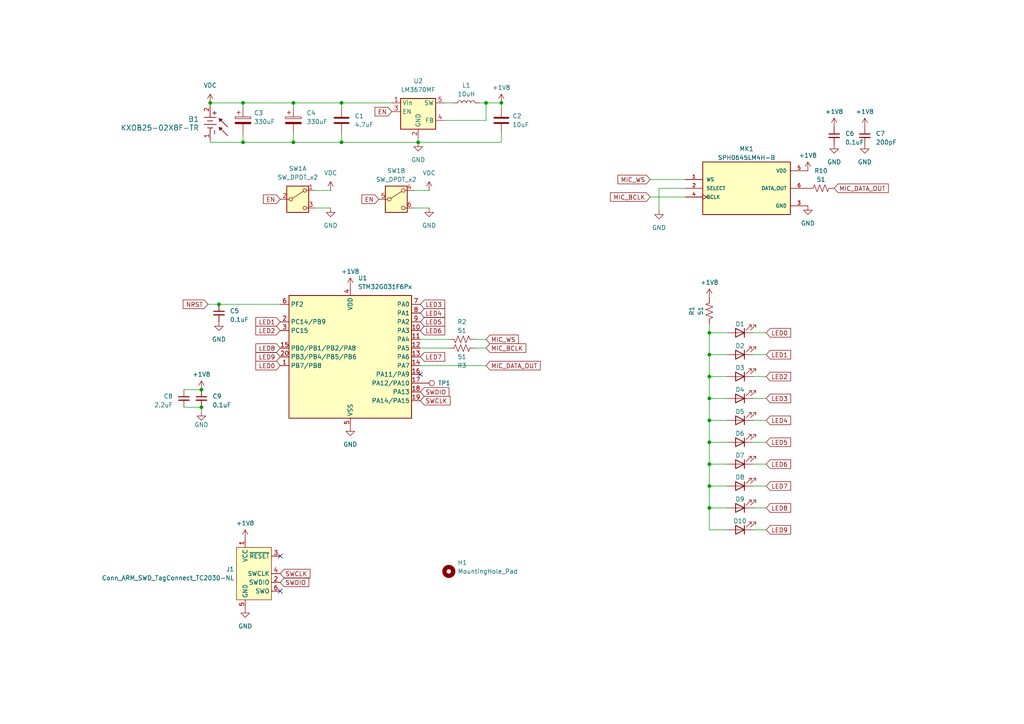
<source format=kicad_sch>
(kicad_sch (version 20230121) (generator eeschema)
  (paper "A4")
  (title_block (title "NoiseCard") (date "2024-06-01") (company "bitgloo") (comment 1 "Drawn by Clyne Sullivan") (comment 2 "Released under the CERN Open Hardware License Version 2 - Strongly Reciprocal"))
  (lib_symbols
    (symbol "Connector:Conn_ARM_SWD_TagConnect_TC2030-NL" (in_bom no)
      (property "Reference" "J" (at 2.54 11.43 0))
      (property "Value" "Conn_ARM_SWD_TagConnect_TC2030-NL" (at 2.54 8.89 0))
      (symbol "Conn_ARM_SWD_TagConnect_TC2030-NL_0_0"
        (pin power_in line (at -2.54 10.16 270) (length 2.54) (name "VCC") (number "1"))
        (pin bidirectional line (at 7.62 -2.54 180) (length 2.54) (name "SWDIO") (number "2"))
        (pin open_collector line (at 7.62 5.08 180) (length 2.54) (name "~{RESET}") (number "3"))
        (pin output line (at 7.62 0 180) (length 2.54) (name "SWCLK") (number "4"))
        (pin power_in line (at -2.54 -10.16 90) (length 2.54) (name "GND") (number "5"))
        (pin input line (at 7.62 -5.08 180) (length 2.54) (name "SWO") (number "6"))
      )
      (symbol "Conn_ARM_SWD_TagConnect_TC2030-NL_0_1"
        (rectangle (start -5.08 7.62) (end 5.08 -7.62) (fill (type background)))
      )
    )
    (symbol "Connector:TestPoint" (pin_numbers hide) (pin_names (offset 0.762) hide)
      (property "Reference" "TP" (at 0 6.858 0))
      (property "Value" "TestPoint" (at 0 5.08 0))
      (symbol "TestPoint_0_1"
        (circle (center 0 3.302) (radius 0.762))
      )
      (symbol "TestPoint_1_1"
        (pin passive line (at 0 0 90) (length 2.54) (name "1") (number "1"))
      )
    )
    (symbol "Device:C" (pin_numbers hide) (pin_names (offset 0.254))
      (property "Reference" "C" (at 0.635 2.54 0))
      (property "Value" "C" (at 0.635 -2.54 0))
      (symbol "C_0_1"
        (polyline (pts (xy -2.032 -0.762) (xy 2.032 -0.762)) (stroke (width 0.508)))
        (polyline (pts (xy -2.032 0.762) (xy 2.032 0.762)) (stroke (width 0.508)))
      )
      (symbol "C_1_1"
        (pin passive line (at 0 3.81 270) (length 2.794) (name "~") (number "1"))
        (pin passive line (at 0 -3.81 90) (length 2.794) (name "~") (number "2"))
      )
    )
    (symbol "Device:C_Polarized" (pin_numbers hide) (pin_names (offset 0.254))
      (property "Reference" "C" (at 0.635 2.54 0))
      (property "Value" "C_Polarized" (at 0.635 -2.54 0))
      (symbol "C_Polarized_0_1"
        (rectangle (start -2.286 0.508) (end 2.286 1.016))
        (polyline (pts (xy -1.778 2.286) (xy -0.762 2.286)))
        (polyline (pts (xy -1.27 2.794) (xy -1.27 1.778)))
        (rectangle (start 2.286 -0.508) (end -2.286 -1.016) (fill (type outline)))
      )
      (symbol "C_Polarized_1_1"
        (pin passive line (at 0 3.81 270) (length 2.794) (name "~") (number "1"))
        (pin passive line (at 0 -3.81 90) (length 2.794) (name "~") (number "2"))
      )
    )
    (symbol "Device:C_Small" (pin_numbers hide) (pin_names (offset 0.254) hide)
      (property "Reference" "C" (at 0.254 1.778 0))
      (property "Value" "C_Small" (at 0.254 -2.032 0))
      (symbol "C_Small_0_1"
        (polyline (pts (xy -1.524 -0.508) (xy 1.524 -0.508)) (stroke (width 0.3302)))
        (polyline (pts (xy -1.524 0.508) (xy 1.524 0.508)) (stroke (width 0.3048)))
      )
      (symbol "C_Small_1_1"
        (pin passive line (at 0 2.54 270) (length 2.032) (name "~") (number "1"))
        (pin passive line (at 0 -2.54 90) (length 2.032) (name "~") (number "2"))
      )
    )
    (symbol "Device:L" (pin_numbers hide) (pin_names (offset 1.016) hide)
      (property "Reference" "L" (at -1.27 0 90))
      (property "Value" "L" (at 1.905 0 90))
      (symbol "L_0_1"
        (arc (start 0 -2.54) (mid 0.6323 -1.905) (end 0 -1.27))
        (arc (start 0 -1.27) (mid 0.6323 -0.635) (end 0 0))
        (arc (start 0 0) (mid 0.6323 0.635) (end 0 1.27))
        (arc (start 0 1.27) (mid 0.6323 1.905) (end 0 2.54))
      )
      (symbol "L_1_1"
        (pin passive line (at 0 3.81 270) (length 1.27) (name "1") (number "1"))
        (pin passive line (at 0 -3.81 90) (length 1.27) (name "2") (number "2"))
      )
    )
    (symbol "Device:LED" (pin_numbers hide) (pin_names (offset 1.016) hide)
      (property "Reference" "D" (at 0 2.54 0))
      (property "Value" "LED" (at 0 -2.54 0))
      (symbol "LED_0_1"
        (polyline (pts (xy -1.27 -1.27) (xy -1.27 1.27)) (stroke (width 0.254)))
        (polyline (pts (xy -1.27 0) (xy 1.27 0)))
        (polyline (pts (xy 1.27 -1.27) (xy 1.27 1.27) (xy -1.27 0) (xy 1.27 -1.27)) (stroke (width 0.254)))
        (polyline (pts (xy -3.048 -0.762) (xy -4.572 -2.286) (xy -3.81 -2.286) (xy -4.572 -2.286) (xy -4.572 -1.524)))
        (polyline (pts (xy -1.778 -0.762) (xy -3.302 -2.286) (xy -2.54 -2.286) (xy -3.302 -2.286) (xy -3.302 -1.524)))
      )
      (symbol "LED_1_1"
        (pin passive line (at -3.81 0 0) (length 2.54) (name "K") (number "1"))
        (pin passive line (at 3.81 0 180) (length 2.54) (name "A") (number "2"))
      )
    )
    (symbol "Device:R_US" (pin_numbers hide) (pin_names (offset 0))
      (property "Reference" "R" (at 2.54 0 90))
      (property "Value" "R_US" (at -2.54 0 90))
      (symbol "R_US_0_1"
        (polyline (pts (xy 0 -2.286) (xy 0 -2.54)))
        (polyline (pts (xy 0 2.286) (xy 0 2.54)))
        (polyline (pts (xy 0 -0.762) (xy 1.016 -1.143) (xy 0 -1.524) (xy -1.016 -1.905) (xy 0 -2.286)))
        (polyline (pts (xy 0 0.762) (xy 1.016 0.381) (xy 0 0) (xy -1.016 -0.381) (xy 0 -0.762)))
        (polyline (pts (xy 0 2.286) (xy 1.016 1.905) (xy 0 1.524) (xy -1.016 1.143) (xy 0 0.762)))
      )
      (symbol "R_US_1_1"
        (pin passive line (at 0 3.81 270) (length 1.27) (name "~") (number "1"))
        (pin passive line (at 0 -3.81 90) (length 1.27) (name "~") (number "2"))
      )
    )
    (symbol "MCU_ST_STM32G0:STM32G031F6Px"
      (property "Reference" "U" (at -17.78 19.05 0))
      (property "Value" "STM32G031F6Px" (at 2.54 19.05 0))
      (symbol "STM32G031F6Px_0_1"
        (rectangle (start -17.78 -17.78) (end 17.78 17.78) (stroke (width 0.254)) (fill (type background)))
      )
      (symbol "STM32G031F6Px_1_1"
        (pin bidirectional line (at -20.32 -2.54 0) (length 2.54) (name "PB7/PB8") (number "1"))
        (pin bidirectional line (at 20.32 7.62 180) (length 2.54) (name "PA3") (number "10"))
        (pin bidirectional line (at 20.32 5.08 180) (length 2.54) (name "PA4") (number "11"))
        (pin bidirectional line (at 20.32 2.54 180) (length 2.54) (name "PA5") (number "12"))
        (pin bidirectional line (at 20.32 0 180) (length 2.54) (name "PA6") (number "13"))
        (pin bidirectional line (at 20.32 -2.54 180) (length 2.54) (name "PA7") (number "14"))
        (pin bidirectional line (at -20.32 2.54 0) (length 2.54) (name "PB0/PB1/PB2/PA8") (number "15"))
        (pin bidirectional line (at 20.32 -5.08 180) (length 2.54) (name "PA11/PA9") (number "16"))
        (pin bidirectional line (at 20.32 -7.62 180) (length 2.54) (name "PA12/PA10") (number "17"))
        (pin bidirectional line (at 20.32 -10.16 180) (length 2.54) (name "PA13") (number "18"))
        (pin bidirectional line (at 20.32 -12.7 180) (length 2.54) (name "PA14/PA15") (number "19"))
        (pin bidirectional line (at -20.32 10.16 0) (length 2.54) (name "PC14/PB9") (number "2"))
        (pin bidirectional line (at -20.32 0 0) (length 2.54) (name "PB3/PB4/PB5/PB6") (number "20"))
        (pin bidirectional line (at -20.32 7.62 0) (length 2.54) (name "PC15") (number "3"))
        (pin power_in line (at 0 20.32 270) (length 2.54) (name "VDD") (number "4"))
        (pin power_in line (at 0 -20.32 90) (length 2.54) (name "VSS") (number "5"))
        (pin bidirectional line (at -20.32 15.24 0) (length 2.54) (name "PF2") (number "6"))
        (pin bidirectional line (at 20.32 15.24 180) (length 2.54) (name "PA0") (number "7"))
        (pin bidirectional line (at 20.32 12.7 180) (length 2.54) (name "PA1") (number "8"))
        (pin bidirectional line (at 20.32 10.16 180) (length 2.54) (name "PA2") (number "9"))
      )
    )
    (symbol "Mechanical:MountingHole" (pin_names (offset 1.016))
      (property "Reference" "H" (at 0 5.08 0))
      (property "Value" "MountingHole" (at 0 3.175 0))
      (symbol "MountingHole_0_1"
        (circle (center 0 0) (radius 1.27) (stroke (width 1.27)))
      )
    )
    (symbol "Regulator_Switching:LM3670MF"
      (property "Reference" "U" (at -5.08 5.08 0))
      (property "Value" "LM3670MF" (at 0 5.08 0))
      (symbol "LM3670MF_0_1"
        (rectangle (start -5.08 3.81) (end 5.08 -5.08) (stroke (width 0.254)) (fill (type background)))
      )
      (symbol "LM3670MF_1_1"
        (pin power_in line (at -7.62 2.54 0) (length 2.54) (name "Vin") (number "1"))
        (pin power_in line (at 0 -7.62 90) (length 2.54) (name "GND") (number "2"))
        (pin input line (at -7.62 0 0) (length 2.54) (name "EN") (number "3"))
        (pin input line (at 7.62 -2.54 180) (length 2.54) (name "FB") (number "4"))
        (pin input line (at 7.62 2.54 180) (length 2.54) (name "SW") (number "5"))
      )
    )
    (symbol "Switch:SW_DPDT_x2" (pin_names (offset 0) hide)
      (property "Reference" "SW" (at 0 5.08 0))
      (property "Value" "SW_DPDT_x2" (at 0 -5.08 0))
      (symbol "SW_DPDT_x2_0_0"
        (circle (center -2.032 0) (radius 0.508))
        (circle (center 2.032 -2.54) (radius 0.508))
      )
      (symbol "SW_DPDT_x2_0_1"
        (rectangle (start -3.175 3.81) (end 3.175 -3.81) (stroke (width 0.254)) (fill (type background)))
        (polyline (pts (xy -1.524 0.254) (xy 1.5748 2.286)))
        (circle (center 2.032 2.54) (radius 0.508))
      )
      (symbol "SW_DPDT_x2_1_1"
        (pin passive line (at 5.08 2.54 180) (length 2.54) (name "A") (number "1"))
        (pin passive line (at -5.08 0 0) (length 2.54) (name "B") (number "2"))
        (pin passive line (at 5.08 -2.54 180) (length 2.54) (name "C") (number "3"))
      )
      (symbol "SW_DPDT_x2_2_1"
        (pin passive line (at 5.08 2.54 180) (length 2.54) (name "A") (number "4"))
        (pin passive line (at -5.08 0 0) (length 2.54) (name "B") (number "5"))
        (pin passive line (at 5.08 -2.54 180) (length 2.54) (name "C") (number "6"))
      )
    )
    (symbol "noisemeter:KXOB25-02X8F-TR" (pin_names (offset 0.254))
      (property "Reference" "B" (at 4.826 8.89 0))
      (property "Value" "KXOB25-02X8F-TR" (at 5.08 -3.81 0))
      (symbol "KXOB25-02X8F-TR_0_1"
        (polyline (pts (xy 1.778 1.27) (xy 2.794 1.27)) (stroke (width 0.2032)))
        (polyline (pts (xy 2.286 0.762) (xy 2.286 1.778)) (stroke (width 0.2032)))
        (polyline (pts (xy 2.54 0) (xy 3.4798 0)) (stroke (width 0.2032)))
        (polyline (pts (xy 3.556 -1.778) (xy 3.556 1.778)) (stroke (width 0.2032)))
        (polyline (pts (xy 4.318 3.048) (xy 6.35 5.08)) (stroke (width 0.2032)))
        (polyline (pts (xy 4.572 0.762) (xy 4.572 -0.762)) (stroke (width 0.2032)))
        (polyline (pts (xy 5.588 -1.778) (xy 5.588 1.778)) (stroke (width 0.2032)))
        (polyline (pts (xy 6.604 0) (xy 7.62 0)) (stroke (width 0.2032)))
        (polyline (pts (xy 6.604 0.762) (xy 6.604 -0.762)) (stroke (width 0.2032)))
        (polyline (pts (xy 6.858 3.048) (xy 8.89 5.08)) (stroke (width 0.2032)))
        (polyline (pts (xy 7.366 1.27) (xy 8.382 1.27)) (stroke (width 0.2032)))
        (polyline (pts (xy 3.81 2.54) (xy 4.826 2.794) (xy 4.064 3.556)) (fill (type outline)))
        (polyline (pts (xy 6.35 2.54) (xy 7.366 2.794) (xy 6.604 3.556)) (fill (type outline)))
        (pin unspecified line (at 10.16 0 180) (length 2.54) (name "") (number "1"))
        (pin unspecified line (at 0 0 0) (length 2.54) (name "") (number "2"))
      )
    )
    (symbol "noisemeter:SPH0645LM4H-B" (pin_names (offset 1.016))
      (property "Reference" "MK" (at -12.7399 8.1466 0))
      (property "Value" "SPH0645LM4H-B" (at -12.7473 -10.1926 0))
      (symbol "SPH0645LM4H-B_0_0"
        (rectangle (start -12.7 -7.62) (end 12.7 7.62) (stroke (width 0.254)) (fill (type background)))
        (pin input line (at -17.78 2.54 0) (length 5.08) (name "WS") (number "1"))
        (pin input line (at -17.78 0 0) (length 5.08) (name "SELECT") (number "2"))
        (pin power_in line (at 17.78 -5.08 180) (length 5.08) (name "GND") (number "3"))
        (pin input clock (at -17.78 -2.54 0) (length 5.08) (name "BCLK") (number "4"))
        (pin power_in line (at 17.78 5.08 180) (length 5.08) (name "VDD") (number "5"))
        (pin output line (at 17.78 0 180) (length 5.08) (name "DATA_OUT") (number "6"))
      )
    )
    (symbol "power:+1V8" (power) (pin_names (offset 0))
      (property "Value" "+1V8" (at 0 3.556 0))
      (symbol "+1V8_0_1"
        (polyline (pts (xy -0.762 1.27) (xy 0 2.54)))
        (polyline (pts (xy 0 0) (xy 0 2.54)))
        (polyline (pts (xy 0 2.54) (xy 0.762 1.27)))
      )
      (symbol "+1V8_1_1"
        (pin power_in line (at 0 0 90) (length 0) hide (name "+1V8") (number "1"))
      )
    )
    (symbol "power:GND" (power) (pin_names (offset 0))
      (property "Value" "GND" (at 0 -3.81 0))
      (symbol "GND_0_1"
        (polyline (pts (xy 0 0) (xy 0 -1.27) (xy 1.27 -1.27) (xy 0 -2.54) (xy -1.27 -1.27) (xy 0 -1.27)))
      )
      (symbol "GND_1_1"
        (pin power_in line (at 0 0 270) (length 0) hide (name "GND") (number "1"))
      )
    )
    (symbol "power:VDC" (power) (pin_names (offset 0))
      (property "Value" "VDC" (at 0 6.35 0))
      (symbol "VDC_0_1"
        (polyline (pts (xy -0.762 1.27) (xy 0 2.54)))
        (polyline (pts (xy 0 0) (xy 0 2.54)))
        (polyline (pts (xy 0 2.54) (xy 0.762 1.27)))
      )
      (symbol "VDC_1_1"
        (pin power_in line (at 0 0 90) (length 0) hide (name "VDC") (number "1"))
      )
    )
  )
  (junction (at 205.74 147.32))
  (junction (at 63.5 88.265))
  (junction (at 140.97 29.845))
  (junction (at 85.09 29.845))
  (junction (at 70.485 41.275))
  (junction (at 99.06 41.275))
  (junction (at 58.42 113.03))
  (junction (at 205.74 102.87))
  (junction (at 58.42 118.11))
  (junction (at 205.74 115.57))
  (junction (at 145.415 29.845))
  (junction (at 85.09 41.275))
  (junction (at 205.74 121.92))
  (junction (at 60.96 29.845))
  (junction (at 205.74 109.22))
  (junction (at 205.74 128.27))
  (junction (at 70.485 29.845))
  (junction (at 121.285 41.275))
  (junction (at 99.06 29.845))
  (junction (at 205.74 134.62))
  (junction (at 205.74 140.97))
  (junction (at 205.74 96.52))
  (no_connect (at 121.92 108.585))
  (no_connect (at 81.28 161.29))
  (no_connect (at 81.28 171.45))
  (wire (pts (xy 121.92 106.045) (xy 140.97 106.045)))
  (wire (pts (xy 205.74 128.27) (xy 205.74 134.62)))
  (wire (pts (xy 191.135 54.61) (xy 198.755 54.61)))
  (wire (pts (xy 95.885 60.325) (xy 91.44 60.325)))
  (wire (pts (xy 99.06 38.735) (xy 99.06 41.275)))
  (wire (pts (xy 70.485 31.115) (xy 70.485 29.845)))
  (wire (pts (xy 205.74 121.92) (xy 205.74 128.27)))
  (wire (pts (xy 85.09 38.735) (xy 85.09 41.275)))
  (wire (pts (xy 222.25 115.57) (xy 218.44 115.57)))
  (wire (pts (xy 124.46 60.325) (xy 120.015 60.325)))
  (wire (pts (xy 128.905 34.925) (xy 140.97 34.925)))
  (wire (pts (xy 53.34 113.03) (xy 58.42 113.03)))
  (wire (pts (xy 205.74 109.22) (xy 205.74 115.57)))
  (wire (pts (xy 128.905 29.845) (xy 131.445 29.845)))
  (wire (pts (xy 222.25 134.62) (xy 218.44 134.62)))
  (wire (pts (xy 95.885 55.245) (xy 91.44 55.245)))
  (wire (pts (xy 205.74 102.87) (xy 205.74 109.22)))
  (wire (pts (xy 60.96 41.275) (xy 70.485 41.275)))
  (wire (pts (xy 205.74 115.57) (xy 210.82 115.57)))
  (wire (pts (xy 124.46 55.245) (xy 120.015 55.245)))
  (wire (pts (xy 188.595 57.15) (xy 198.755 57.15)))
  (wire (pts (xy 205.74 109.22) (xy 210.82 109.22)))
  (wire (pts (xy 222.25 102.87) (xy 218.44 102.87)))
  (wire (pts (xy 121.92 100.965) (xy 130.175 100.965)))
  (wire (pts (xy 60.96 40.64) (xy 60.96 41.275)))
  (wire (pts (xy 85.09 41.275) (xy 99.06 41.275)))
  (wire (pts (xy 222.25 147.32) (xy 218.44 147.32)))
  (wire (pts (xy 188.595 52.07) (xy 198.755 52.07)))
  (wire (pts (xy 191.135 54.61) (xy 191.135 60.96)))
  (wire (pts (xy 222.25 128.27) (xy 218.44 128.27)))
  (wire (pts (xy 222.25 109.22) (xy 218.44 109.22)))
  (wire (pts (xy 60.325 88.265) (xy 63.5 88.265)))
  (wire (pts (xy 222.25 153.67) (xy 218.44 153.67)))
  (wire (pts (xy 137.795 100.965) (xy 140.97 100.965)))
  (wire (pts (xy 99.06 29.845) (xy 113.665 29.845)))
  (wire (pts (xy 205.74 134.62) (xy 205.74 140.97)))
  (wire (pts (xy 145.415 29.845) (xy 145.415 31.115)))
  (wire (pts (xy 137.795 98.425) (xy 140.97 98.425)))
  (wire (pts (xy 205.74 93.98) (xy 205.74 96.52)))
  (wire (pts (xy 205.74 128.27) (xy 210.82 128.27)))
  (wire (pts (xy 53.34 118.11) (xy 58.42 118.11)))
  (wire (pts (xy 205.74 134.62) (xy 210.82 134.62)))
  (wire (pts (xy 205.74 115.57) (xy 205.74 121.92)))
  (wire (pts (xy 205.74 140.97) (xy 210.82 140.97)))
  (wire (pts (xy 121.92 98.425) (xy 130.175 98.425)))
  (wire (pts (xy 205.74 102.87) (xy 210.82 102.87)))
  (wire (pts (xy 70.485 29.845) (xy 85.09 29.845)))
  (wire (pts (xy 60.96 29.845) (xy 70.485 29.845)))
  (wire (pts (xy 205.74 147.32) (xy 205.74 153.67)))
  (wire (pts (xy 205.74 121.92) (xy 210.82 121.92)))
  (wire (pts (xy 139.065 29.845) (xy 140.97 29.845)))
  (wire (pts (xy 205.74 96.52) (xy 210.82 96.52)))
  (wire (pts (xy 60.96 30.48) (xy 60.96 29.845)))
  (wire (pts (xy 70.485 38.735) (xy 70.485 41.275)))
  (wire (pts (xy 121.285 41.275) (xy 145.415 41.275)))
  (wire (pts (xy 85.09 29.845) (xy 99.06 29.845)))
  (wire (pts (xy 205.74 147.32) (xy 210.82 147.32)))
  (wire (pts (xy 70.485 41.275) (xy 85.09 41.275)))
  (wire (pts (xy 222.25 140.97) (xy 218.44 140.97)))
  (wire (pts (xy 58.42 119.38) (xy 58.42 118.11)))
  (wire (pts (xy 205.74 140.97) (xy 205.74 147.32)))
  (wire (pts (xy 222.25 96.52) (xy 218.44 96.52)))
  (wire (pts (xy 205.74 96.52) (xy 205.74 102.87)))
  (wire (pts (xy 140.97 34.925) (xy 140.97 29.845)))
  (wire (pts (xy 140.97 29.845) (xy 145.415 29.845)))
  (wire (pts (xy 222.25 121.92) (xy 218.44 121.92)))
  (wire (pts (xy 99.06 41.275) (xy 121.285 41.275)))
  (wire (pts (xy 145.415 41.275) (xy 145.415 38.735)))
  (wire (pts (xy 63.5 88.265) (xy 81.28 88.265)))
  (wire (pts (xy 85.09 31.115) (xy 85.09 29.845)))
  (wire (pts (xy 205.74 153.67) (xy 210.82 153.67)))
  (wire (pts (xy 121.285 40.005) (xy 121.285 41.275)))
  (wire (pts (xy 99.06 31.115) (xy 99.06 29.845)))
  (global_label "LED0" (shape input) (at 81.28 106.045 180) (property "Intersheetrefs" "${INTERSHEET_REFS}" (effects hide)))
  (global_label "LED0" (shape input) (at 222.25 96.52 0) (property "Intersheetrefs" "${INTERSHEET_REFS}" (effects hide)))
  (global_label "EN" (shape input) (at 81.28 57.785 180) (property "Intersheetrefs" "${INTERSHEET_REFS}" (effects hide)))
  (global_label "LED7" (shape input) (at 222.25 140.97 0) (property "Intersheetrefs" "${INTERSHEET_REFS}" (effects hide)))
  (global_label "MIC_WS" (shape input) (at 188.595 52.07 180) (property "Intersheetrefs" "${INTERSHEET_REFS}" (effects hide)))
  (global_label "LED6" (shape input) (at 222.25 134.62 0) (property "Intersheetrefs" "${INTERSHEET_REFS}" (effects hide)))
  (global_label "LED3" (shape input) (at 222.25 115.57 0) (property "Intersheetrefs" "${INTERSHEET_REFS}" (effects hide)))
  (global_label "LED3" (shape input) (at 121.92 88.265 0) (property "Intersheetrefs" "${INTERSHEET_REFS}" (effects hide)))
  (global_label "LED1" (shape input) (at 81.28 93.345 180) (property "Intersheetrefs" "${INTERSHEET_REFS}" (effects hide)))
  (global_label "LED2" (shape input) (at 222.25 109.22 0) (property "Intersheetrefs" "${INTERSHEET_REFS}" (effects hide)))
  (global_label "LED4" (shape input) (at 222.25 121.92 0) (property "Intersheetrefs" "${INTERSHEET_REFS}" (effects hide)))
  (global_label "LED9" (shape input) (at 81.28 103.505 180) (property "Intersheetrefs" "${INTERSHEET_REFS}" (effects hide)))
  (global_label "MIC_DATA_OUT" (shape input) (at 140.97 106.045 0) (property "Intersheetrefs" "${INTERSHEET_REFS}" (effects hide)))
  (global_label "EN" (shape input) (at 113.665 32.385 180) (property "Intersheetrefs" "${INTERSHEET_REFS}" (effects hide)))
  (global_label "NRST" (shape input) (at 60.325 88.265 180) (property "Intersheetrefs" "${INTERSHEET_REFS}" (effects hide)))
  (global_label "LED7" (shape input) (at 121.92 103.505 0) (property "Intersheetrefs" "${INTERSHEET_REFS}" (effects hide)))
  (global_label "MIC_WS" (shape input) (at 140.97 98.425 0) (property "Intersheetrefs" "${INTERSHEET_REFS}" (effects hide)))
  (global_label "MIC_BCLK" (shape input) (at 188.595 57.15 180) (property "Intersheetrefs" "${INTERSHEET_REFS}" (effects hide)))
  (global_label "MIC_DATA_OUT" (shape input) (at 241.935 54.61 0) (property "Intersheetrefs" "${INTERSHEET_REFS}" (effects hide)))
  (global_label "SWDIO" (shape input) (at 81.28 168.91 0) (property "Intersheetrefs" "${INTERSHEET_REFS}" (effects hide)))
  (global_label "LED2" (shape input) (at 81.28 95.885 180) (property "Intersheetrefs" "${INTERSHEET_REFS}" (effects hide)))
  (global_label "LED4" (shape input) (at 121.92 90.805 0) (property "Intersheetrefs" "${INTERSHEET_REFS}" (effects hide)))
  (global_label "MIC_BCLK" (shape input) (at 140.97 100.965 0) (property "Intersheetrefs" "${INTERSHEET_REFS}" (effects hide)))
  (global_label "LED5" (shape input) (at 222.25 128.27 0) (property "Intersheetrefs" "${INTERSHEET_REFS}" (effects hide)))
  (global_label "LED8" (shape input) (at 222.25 147.32 0) (property "Intersheetrefs" "${INTERSHEET_REFS}" (effects hide)))
  (global_label "SWDIO" (shape input) (at 121.92 113.665 0) (property "Intersheetrefs" "${INTERSHEET_REFS}" (effects hide)))
  (global_label "LED8" (shape input) (at 81.28 100.965 180) (property "Intersheetrefs" "${INTERSHEET_REFS}" (effects hide)))
  (global_label "LED6" (shape input) (at 121.92 95.885 0) (property "Intersheetrefs" "${INTERSHEET_REFS}" (effects hide)))
  (global_label "SWCLK" (shape input) (at 121.92 116.205 0) (property "Intersheetrefs" "${INTERSHEET_REFS}" (effects hide)))
  (global_label "LED1" (shape input) (at 222.25 102.87 0) (property "Intersheetrefs" "${INTERSHEET_REFS}" (effects hide)))
  (global_label "LED5" (shape input) (at 121.92 93.345 0) (property "Intersheetrefs" "${INTERSHEET_REFS}" (effects hide)))
  (global_label "LED9" (shape input) (at 222.25 153.67 0) (property "Intersheetrefs" "${INTERSHEET_REFS}" (effects hide)))
  (global_label "SWCLK" (shape input) (at 81.28 166.37 0) (property "Intersheetrefs" "${INTERSHEET_REFS}" (effects hide)))
  (global_label "EN" (shape input) (at 109.855 57.785 180) (property "Intersheetrefs" "${INTERSHEET_REFS}" (effects hide)))
  (symbol (lib_id "power:GND") (at 241.935 41.91 0) (unit 1)
    (property "Reference" "#PWR022" (effects hide))
    (property "Value" "GND" (at 241.935 46.99 0))
  )
  (symbol (lib_id "power:+1V8") (at 145.415 29.845 0) (unit 1)
    (property "Reference" "#PWR02" (effects hide))
    (property "Value" "+1V8" (at 145.415 25.4 0))
  )
  (symbol (lib_id "Device:C_Polarized") (at 70.485 34.925 0) (unit 1)
    (property "Reference" "C3" (at 73.66 32.766 0) (effects (justify left)))
    (property "Value" "330uF" (at 73.66 35.306 0) (effects (justify left)))
    (property "Footprint" "Capacitor_Tantalum_SMD:CP_EIA-7343-15_Kemet-W" (effects hide))
    (property "Part Number" "6TPE330MAP" (effects hide))
  )
  (symbol (lib_id "Device:LED") (at 214.63 134.62 180) (unit 1)
    (property "Reference" "D7" (at 214.63 132.08 0))
    (property "Value" "LED" (effects hide))
    (property "Footprint" "LED_SMD:LED_0603_1608Metric" (effects hide))
    (property "Part Number" "APTD1608LSURCK" (effects hide))
  )
  (symbol (lib_id "power:GND") (at 234.315 59.69 0) (unit 1)
    (property "Reference" "#PWR020" (effects hide))
    (property "Value" "GND" (at 234.315 64.77 0))
  )
  (symbol (lib_id "Device:LED") (at 214.63 102.87 180) (unit 1)
    (property "Reference" "D2" (at 214.63 100.33 0))
    (property "Value" "LED" (effects hide))
    (property "Footprint" "LED_SMD:LED_0603_1608Metric" (effects hide))
    (property "Part Number" "APTD1608LSURCK" (effects hide))
  )
  (symbol (lib_id "Device:LED") (at 214.63 115.57 180) (unit 1)
    (property "Reference" "D4" (at 214.63 113.03 0))
    (property "Value" "LED" (effects hide))
    (property "Footprint" "LED_SMD:LED_0603_1608Metric" (effects hide))
    (property "Part Number" "APTD1608LSURCK" (effects hide))
  )
  (symbol (lib_id "Device:LED") (at 214.63 96.52 180) (unit 1)
    (property "Reference" "D1" (at 214.63 93.98 0))
    (property "Value" "LED" (effects hide))
    (property "Footprint" "LED_SMD:LED_0603_1608Metric" (effects hide))
    (property "Part Number" "APTD1608LSURCK" (effects hide))
  )
  (symbol (lib_id "Connector:TestPoint") (at 121.92 111.125 270) (unit 1)
    (property "Reference" "TP1" (at 127 111.125 90) (effects (justify left)))
    (property "Value" "TestPoint" (effects hide))
    (property "Footprint" "TestPoint:TestPoint_Pad_D1.0mm" (effects hide))
  )
  (symbol (lib_id "Switch:SW_DPDT_x2") (at 114.935 57.785 0) (unit 2)
    (property "Reference" "SW1" (at 114.935 49.53 0))
    (property "Value" "SW_DPDT_x2" (at 114.935 52.07 0))
    (property "Footprint" "Button_Switch_SMD:SW_DPDT_CK_JS202011JCQN" (effects hide))
    (property "Part Number" "JS202011JCQN" (effects hide))
  )
  (symbol (lib_id "Device:C_Small") (at 53.34 115.57 0) (unit 1)
    (property "Reference" "C8" (at 50.165 114.9413 0) (effects (justify right)))
    (property "Value" "2.2uF" (at 50.165 117.4813 0) (effects (justify right)))
    (property "Footprint" "Capacitor_SMD:C_0805_2012Metric" (effects hide))
    (property "Part Number" "CL21A225KBFNNNE" (effects hide))
  )
  (symbol (lib_id "power:GND") (at 124.46 60.325 0) (unit 1)
    (property "Reference" "#PWR011" (effects hide))
    (property "Value" "GND" (at 124.46 65.405 0))
  )
  (symbol (lib_id "power:+1V8") (at 234.315 49.53 0) (unit 1)
    (property "Reference" "#PWR032" (effects hide))
    (property "Value" "+1V8" (at 234.315 45.085 0))
  )
  (symbol (lib_id "Device:C_Small") (at 58.42 115.57 0) (mirror y) (unit 1)
    (property "Reference" "C9" (at 61.595 114.9413 0) (effects (justify right)))
    (property "Value" "0.1uF" (at 61.595 117.4813 0) (effects (justify right)))
    (property "Footprint" "Capacitor_SMD:C_0603_1608Metric" (effects hide))
    (property "Part Number" "CC0603KRX7R6BB104" (effects hide))
  )
  (symbol (lib_id "Device:C") (at 99.06 34.925 0) (unit 1)
    (property "Reference" "C1" (at 102.87 33.655 0) (effects (justify left)))
    (property "Value" "4.7uF" (at 102.87 36.195 0) (effects (justify left)))
    (property "Footprint" "Capacitor_SMD:C_0805_2012Metric" (effects hide))
    (property "Part Number" "CL21A475KAQNNNE" (effects hide))
  )
  (symbol (lib_id "Device:LED") (at 214.63 121.92 180) (unit 1)
    (property "Reference" "D5" (at 214.63 119.38 0))
    (property "Value" "LED" (effects hide))
    (property "Footprint" "LED_SMD:LED_0603_1608Metric" (effects hide))
    (property "Part Number" "APTD1608LSURCK" (effects hide))
  )
  (symbol (lib_id "Device:R_US") (at 205.74 90.17 0) (mirror y) (unit 1)
    (property "Reference" "R1" (at 200.66 90.17 90))
    (property "Value" "51" (at 203.2 90.17 90))
    (property "Footprint" "Resistor_SMD:R_0603_1608Metric" (effects hide))
    (property "Part Number" "RC0603JR-0751RL" (effects hide))
  )
  (symbol (lib_id "MCU_ST_STM32G0:STM32G031F6Px") (at 101.6 103.505 0) (unit 1)
    (property "Reference" "U1" (at 103.7941 80.645 0) (effects (justify left)))
    (property "Value" "STM32G031F6Px" (at 103.7941 83.185 0) (effects (justify left)))
    (property "Footprint" "Package_SO:TSSOP-20_4.4x6.5mm_P0.65mm" (effects hide))
    (property "Datasheet" "https://www.st.com/resource/en/datasheet/stm32g031f6.pdf" (effects hide))
    (property "Part Number" "STM32G031F6P6" (effects hide))
  )
  (symbol (lib_id "Device:C") (at 145.415 34.925 0) (unit 1)
    (property "Reference" "C2" (at 148.59 33.655 0) (effects (justify left)))
    (property "Value" "10uF" (at 148.59 36.195 0) (effects (justify left)))
    (property "Footprint" "Capacitor_SMD:C_0805_2012Metric" (effects hide))
    (property "Part Number" "CL21A106KOQNNNE" (effects hide))
  )
  (symbol (lib_id "Device:LED") (at 214.63 128.27 180) (unit 1)
    (property "Reference" "D6" (at 214.63 125.73 0))
    (property "Value" "LED" (effects hide))
    (property "Footprint" "LED_SMD:LED_0603_1608Metric" (effects hide))
    (property "Part Number" "APTD1608LSURCK" (effects hide))
  )
  (symbol (lib_id "power:VDC") (at 124.46 55.245 0) (unit 1)
    (property "Reference" "#PWR010" (effects hide))
    (property "Value" "VDC" (at 124.46 50.165 0))
  )
  (symbol (lib_id "Switch:SW_DPDT_x2") (at 86.36 57.785 0) (unit 1)
    (property "Reference" "SW1" (at 86.36 48.895 0))
    (property "Value" "SW_DPDT_x2" (at 86.36 51.435 0))
    (property "Footprint" "Button_Switch_SMD:SW_DPDT_CK_JS202011JCQN" (effects hide))
    (property "Part Number" "JS202011JCQN" (effects hide))
  )
  (symbol (lib_id "Device:R_US") (at 133.985 98.425 270) (mirror x) (unit 1)
    (property "Reference" "R2" (at 133.985 93.345 90))
    (property "Value" "51" (at 133.985 95.885 90))
    (property "Footprint" "Resistor_SMD:R_0603_1608Metric" (effects hide))
    (property "Part Number" "RC0603JR-0751RL" (effects hide))
  )
  (symbol (lib_id "power:GND") (at 191.135 60.96 0) (unit 1)
    (property "Reference" "#PWR016" (effects hide))
    (property "Value" "GND" (at 191.135 66.04 0))
  )
  (symbol (lib_id "power:VDC") (at 60.96 29.845 0) (unit 1)
    (property "Reference" "#PWR05" (effects hide))
    (property "Value" "VDC" (at 60.96 24.765 0))
  )
  (symbol (lib_id "power:GND") (at 58.42 119.38 0) (unit 1)
    (property "Reference" "#PWR027" (effects hide))
    (property "Value" "GND" (at 58.42 123.19 0))
  )
  (symbol (lib_id "power:+1V8") (at 71.12 156.21 0) (unit 1)
    (property "Reference" "#PWR01" (effects hide))
    (property "Value" "+1V8" (at 71.12 151.765 0))
  )
  (symbol (lib_id "Regulator_Switching:LM3670MF") (at 121.285 32.385 0) (unit 1)
    (property "Reference" "U2" (at 121.285 23.495 0))
    (property "Value" "LM3670MF" (at 121.285 26.035 0))
    (property "Footprint" "Package_TO_SOT_SMD:TSOT-23-5" (effects hide))
    (property "Datasheet" "http://www.ti.com/lit/ds/symlink/lm3670.pdf" (effects hide))
    (property "Part Number" "LM3670MF-1.8/NOPB" (effects hide))
  )
  (symbol (lib_id "power:+1V8") (at 205.74 86.36 0) (unit 1)
    (property "Reference" "#PWR06" (effects hide))
    (property "Value" "+1V8" (at 205.74 81.915 0))
  )
  (symbol (lib_id "power:GND") (at 101.6 123.825 0) (unit 1)
    (property "Reference" "#PWR03" (effects hide))
    (property "Value" "GND" (at 101.6 128.905 0))
  )
  (symbol (lib_id "power:GND") (at 95.885 60.325 0) (unit 1)
    (property "Reference" "#PWR09" (effects hide))
    (property "Value" "GND" (at 95.885 65.405 0))
  )
  (symbol (lib_id "Device:R_US") (at 133.985 100.965 270) (unit 1)
    (property "Reference" "R3" (at 133.985 106.045 90))
    (property "Value" "51" (at 133.985 103.505 90))
    (property "Footprint" "Resistor_SMD:R_0603_1608Metric" (effects hide))
    (property "Part Number" "RC0603JR-0751RL" (effects hide))
  )
  (symbol (lib_id "Connector:Conn_ARM_SWD_TagConnect_TC2030-NL") (at 73.66 166.37 0) (unit 1) (in_bom no)
    (property "Reference" "J1" (at 67.945 165.1 0) (effects (justify right)))
    (property "Value" "Conn_ARM_SWD_TagConnect_TC2030-NL" (at 67.945 167.64 0) (effects (justify right)))
    (property "Footprint" "Connector:Tag-Connect_TC2030-IDC-NL_2x03_P1.27mm_Vertical" (effects hide))
    (property "Datasheet" "https://www.tag-connect.com/wp-content/uploads/bsk-pdf-manager/TC2030-CTX_1.pdf" (effects hide))
  )
  (symbol (lib_id "power:VDC") (at 95.885 55.245 0) (unit 1)
    (property "Reference" "#PWR08" (effects hide))
    (property "Value" "VDC" (at 95.885 50.165 0))
  )
  (symbol (lib_id "power:+1V8") (at 101.6 83.185 0) (unit 1)
    (property "Reference" "#PWR031" (effects hide))
    (property "Value" "+1V8" (at 101.6 78.74 0))
  )
  (symbol (lib_id "Device:LED") (at 214.63 147.32 180) (unit 1)
    (property "Reference" "D9" (at 214.63 144.78 0))
    (property "Value" "LED" (effects hide))
    (property "Footprint" "LED_SMD:LED_0603_1608Metric" (effects hide))
    (property "Part Number" "APTD1608LSURCK" (effects hide))
  )
  (symbol (lib_id "Device:C_Polarized") (at 85.09 34.925 0) (unit 1)
    (property "Reference" "C4" (at 88.9 32.766 0) (effects (justify left)))
    (property "Value" "330uF" (at 88.9 35.306 0) (effects (justify left)))
    (property "Footprint" "Capacitor_Tantalum_SMD:CP_EIA-7343-15_Kemet-W" (effects hide))
    (property "Part Number" "6TPE330MAP" (effects hide))
  )
  (symbol (lib_id "power:GND") (at 121.285 41.275 0) (unit 1)
    (property "Reference" "#PWR04" (effects hide))
    (property "Value" "GND" (at 121.285 46.355 0))
  )
  (symbol (lib_id "power:+1V8") (at 58.42 113.03 0) (unit 1)
    (property "Reference" "#PWR035" (effects hide))
    (property "Value" "+1V8" (at 58.42 108.585 0))
  )
  (symbol (lib_id "Device:L") (at 135.255 29.845 90) (unit 1)
    (property "Reference" "L1" (at 135.255 24.765 90))
    (property "Value" "10uH" (at 135.255 27.305 90))
    (property "Footprint" "Inductor_SMD:L_0805_2012Metric" (effects hide))
    (property "Part Number" "MLZ2012N100LT000" (effects hide))
  )
  (symbol (lib_id "Device:LED") (at 214.63 153.67 180) (unit 1)
    (property "Reference" "D10" (at 214.63 151.13 0))
    (property "Value" "LED" (effects hide))
    (property "Footprint" "LED_SMD:LED_0603_1608Metric" (effects hide))
    (property "Part Number" "APTD1608LSURCK" (effects hide))
  )
  (symbol (lib_id "Device:C_Small") (at 241.935 39.37 0) (mirror y) (unit 1)
    (property "Reference" "C6" (at 245.11 38.7413 0) (effects (justify right)))
    (property "Value" "0.1uF" (at 245.11 41.2813 0) (effects (justify right)))
    (property "Footprint" "Capacitor_SMD:C_0603_1608Metric" (effects hide))
    (property "Part Number" "CC0603KRX7R6BB104" (effects hide))
  )
  (symbol (lib_id "power:+1V8") (at 250.825 36.83 0) (unit 1)
    (property "Reference" "#PWR034" (effects hide))
    (property "Value" "+1V8" (at 250.825 32.385 0))
  )
  (symbol (lib_id "Device:C_Small") (at 63.5 90.805 0) (mirror y) (unit 1)
    (property "Reference" "C5" (at 66.675 90.1763 0) (effects (justify right)))
    (property "Value" "0.1uF" (at 66.675 92.7163 0) (effects (justify right)))
    (property "Footprint" "Capacitor_SMD:C_0603_1608Metric" (effects hide))
    (property "Part Number" "CC0603KRX7R6BB104" (effects hide))
  )
  (symbol (lib_id "noisemeter:SPH0645LM4H-B") (at 216.535 54.61 0) (unit 1)
    (property "Reference" "MK1" (at 216.535 43.18 0))
    (property "Value" "SPH0645LM4H-B" (at 216.535 45.72 0))
    (property "Footprint" "noisemeter:MIC_SPH0645LM4H-B" (effects hide))
    (property "Part Number" "SPH0645LM4H-B" (effects hide))
  )
  (symbol (lib_id "noisemeter:KXOB25-02X8F-TR") (at 60.96 30.48 270) (unit 1)
    (property "Reference" "B1" (at 57.785 34.544 90) (effects (font (size 1.524 1.524)) (justify right)))
    (property "Value" "KXOB25-02X8F-TR" (at 57.785 37.084 90) (effects (font (size 1.524 1.524)) (justify right)))
    (property "Footprint" "Library:KXOB25-02X8F-TR_IXY" (effects hide))
    (property "Datasheet" "KXOB25-02X8F-TR" (effects hide))
    (property "Part Number" "KXOB25-02X8F-TR" (effects hide))
  )
  (symbol (lib_id "power:GND") (at 71.12 176.53 0) (unit 1)
    (property "Reference" "#PWR021" (effects hide))
    (property "Value" "GND" (at 71.12 181.61 0))
  )
  (symbol (lib_id "Device:R_US") (at 238.125 54.61 90) (unit 1)
    (property "Reference" "R10" (at 238.125 49.53 90))
    (property "Value" "51" (at 238.125 52.07 90))
    (property "Footprint" "Resistor_SMD:R_0603_1608Metric" (effects hide))
    (property "Part Number" "RC0603JR-0751RL" (effects hide))
  )
  (symbol (lib_id "power:GND") (at 250.825 41.91 0) (unit 1)
    (property "Reference" "#PWR024" (effects hide))
    (property "Value" "GND" (at 250.825 46.99 0))
  )
  (symbol (lib_id "Device:LED") (at 214.63 140.97 180) (unit 1)
    (property "Reference" "D8" (at 214.63 138.43 0))
    (property "Value" "LED" (effects hide))
    (property "Footprint" "LED_SMD:LED_0603_1608Metric" (effects hide))
    (property "Part Number" "APTD1608LSURCK" (effects hide))
  )
  (symbol (lib_id "Device:C_Small") (at 250.825 39.37 0) (mirror y) (unit 1)
    (property "Reference" "C7" (at 254 38.7413 0) (effects (justify right)))
    (property "Value" "200pF" (at 254 41.2813 0) (effects (justify right)))
    (property "Footprint" "Capacitor_SMD:C_0603_1608Metric" (effects hide))
    (property "Part Number" "06033A201FAT2A" (effects hide))
  )
  (symbol (lib_id "power:GND") (at 63.5 93.345 0) (unit 1)
    (property "Reference" "#PWR07" (effects hide))
    (property "Value" "GND" (at 63.5 98.425 0))
  )
  (symbol (lib_id "power:+1V8") (at 241.935 36.83 0) (unit 1)
    (property "Reference" "#PWR033" (effects hide))
    (property "Value" "+1V8" (at 241.935 32.385 0))
  )
  (symbol (lib_id "Mechanical:MountingHole") (at 130.175 165.735 0) (unit 1) (in_bom no)
    (property "Reference" "H1" (at 132.715 163.195 0) (effects (justify left)))
    (property "Value" "MountingHole_Pad" (at 132.715 165.735 0) (effects (justify left)))
    (property "Footprint" "MountingHole:MountingHole_2.5mm" (effects hide))
  )
  (symbol (lib_id "Device:LED") (at 214.63 109.22 180) (unit 1)
    (property "Reference" "D3" (at 214.63 106.68 0))
    (property "Value" "LED" (effects hide))
    (property "Footprint" "LED_SMD:LED_0603_1608Metric" (effects hide))
    (property "Part Number" "APTD1608LSURCK" (effects hide))
  )
)
</source>
